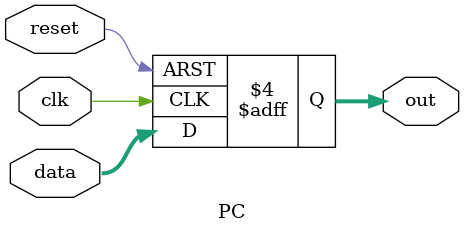
<source format=v>
`timescale 1ns / 1ps
module PC(
    input [31:0] data,
    input clk,
    input reset,
    output reg [31:0] out = 32'h00003000
    );
	
	always @(posedge clk or posedge reset) begin
		if (reset == 1) begin
			out = 32'h00003000;
		end
		else begin
			out = data;
		end
	end
endmodule

</source>
